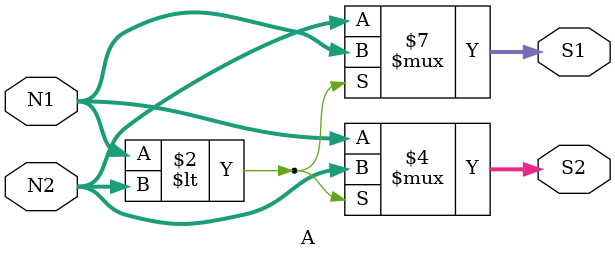
<source format=v>
module A(N1 , N2, S1, S2);

input [7:0] N1;
input [7:0 ]N2;
output [7:0] S1;
output [7:0] S2;

reg [7:0] S1, S2; 

always @(N1 or N2)
begin
	if(N1 < N2)
		begin
			S1 = N1;
			S2 = N2;
		end
	else
		begin
			S1 = N2;
			S2 = N1;
		end
end

endmodule

</source>
